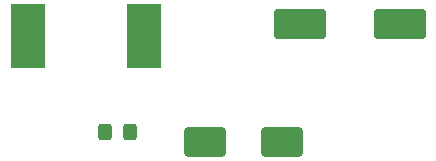
<source format=gbr>
%TF.GenerationSoftware,KiCad,Pcbnew,(6.0.9)*%
%TF.CreationDate,2022-12-23T10:42:16+01:00*%
%TF.ProjectId,buck,6275636b-2e6b-4696-9361-645f70636258,rev?*%
%TF.SameCoordinates,Original*%
%TF.FileFunction,Paste,Top*%
%TF.FilePolarity,Positive*%
%FSLAX46Y46*%
G04 Gerber Fmt 4.6, Leading zero omitted, Abs format (unit mm)*
G04 Created by KiCad (PCBNEW (6.0.9)) date 2022-12-23 10:42:16*
%MOMM*%
%LPD*%
G01*
G04 APERTURE LIST*
G04 Aperture macros list*
%AMRoundRect*
0 Rectangle with rounded corners*
0 $1 Rounding radius*
0 $2 $3 $4 $5 $6 $7 $8 $9 X,Y pos of 4 corners*
0 Add a 4 corners polygon primitive as box body*
4,1,4,$2,$3,$4,$5,$6,$7,$8,$9,$2,$3,0*
0 Add four circle primitives for the rounded corners*
1,1,$1+$1,$2,$3*
1,1,$1+$1,$4,$5*
1,1,$1+$1,$6,$7*
1,1,$1+$1,$8,$9*
0 Add four rect primitives between the rounded corners*
20,1,$1+$1,$2,$3,$4,$5,0*
20,1,$1+$1,$4,$5,$6,$7,0*
20,1,$1+$1,$6,$7,$8,$9,0*
20,1,$1+$1,$8,$9,$2,$3,0*%
G04 Aperture macros list end*
%ADD10RoundRect,0.250000X-1.500000X-1.000000X1.500000X-1.000000X1.500000X1.000000X-1.500000X1.000000X0*%
%ADD11RoundRect,0.250000X-1.950000X-1.000000X1.950000X-1.000000X1.950000X1.000000X-1.950000X1.000000X0*%
%ADD12R,2.900000X5.400000*%
%ADD13RoundRect,0.250000X0.325000X0.450000X-0.325000X0.450000X-0.325000X-0.450000X0.325000X-0.450000X0*%
G04 APERTURE END LIST*
D10*
%TO.C,C1*%
X134164000Y-98044000D03*
X140664000Y-98044000D03*
%TD*%
D11*
%TO.C,C2*%
X142231000Y-88011000D03*
X150631000Y-88011000D03*
%TD*%
D12*
%TO.C,L1*%
X119129000Y-89027000D03*
X129029000Y-89027000D03*
%TD*%
D13*
%TO.C,D1*%
X127771000Y-97155000D03*
X125721000Y-97155000D03*
%TD*%
M02*

</source>
